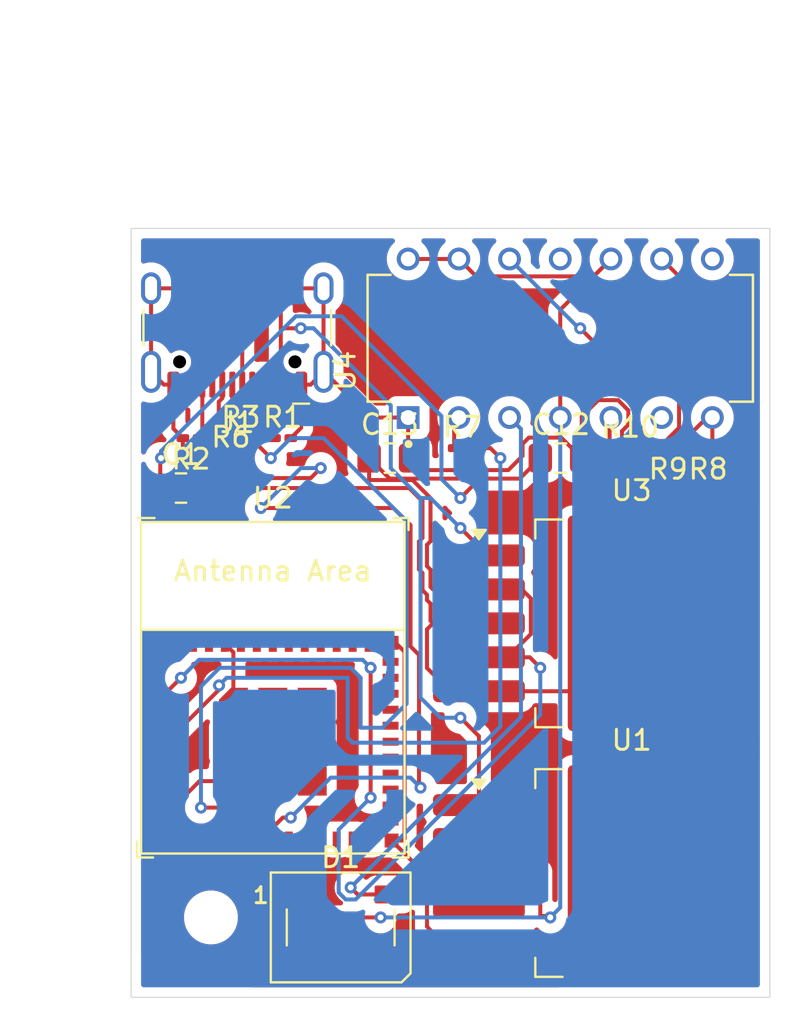
<source format=kicad_pcb>
(kicad_pcb (version 20241229) (generator "pcbnew") (generator_version "9.0")
  (layers (0 "F.Cu" signal) (2 "B.Cu" signal) (13 "F.Paste" user) (15 "B.Paste" user) (5 "F.SilkS" user "F.Silkscreen") (7 "B.SilkS" user "B.Silkscreen") (1 "F.Mask" user) (3 "B.Mask" user) (25 "Edge.Cuts" user))
  (net 0 "")
  (net 1 "GND")
  (net 2 "+3.3V")
  (net 4 "Net-(D1-DIN)")
  (net 5 "+5V")
  (net 7 "Net-(J1-D+-PadA6)")
  (net 8 "Net-(J1-D--PadA7)")
  (net 9 "VCC")
  (net 11 "Net-(J1-CC2)")
  (net 12 "Net-(J1-CC1)")
  (net 14 "D-")
  (net 16 "D+")
  (net 17 "Net-(U2-MTDI{slash}GPIO5{slash}ADC1_CH5)")
  (net 18 "DIN")
  (net 19 "Net-(U4-2A)")
  (net 20 "Net-(U4-3A)")
  (net 21 "Net-(U4-4A)")
  (footprint "Resistor_SMD:R_0201_0603Metric_Pad0.64x0.40mm_HandSolder" (layer "F.Cu") (at 47.4075 56 180)
    (property "Reference" "R8" (at 0 -1.05 0) (layer "F.SilkS"))
    (property "Value" "R10k")
    (pad "1" smd roundrect (at -0.4075 0 180) (size 0.635 0.4) (layers "F.Cu" "F.Mask") (net 1 "GND"))
    (pad "2" smd roundrect (at 0.4075 0 180) (size 0.635 0.4) (layers "F.Cu" "F.Mask") (net 19 "Net-(U4-2A)"))
  )
  (footprint "footprints:DIP794W45P254L1930H508Q14" (layer "F.Cu") (at 40 50.5 90)
    (property "Reference" "U4" (at -1.625 -10.775 90) (layer "F.SilkS"))
    (property "Value" "SN74AHCT125N")
    (fp_line (start 3.175 -9.6525) (end 3.175 -8.5) (stroke (width 0.127)) (layer "F.SilkS"))
    (fp_line (start -3.175 -9.6525) (end 3.175 -9.6525) (stroke (width 0.127)) (layer "F.SilkS"))
    (fp_line (start -3.175 -8.5) (end -3.175 -9.6525) (stroke (width 0.127)) (layer "F.SilkS"))
    (fp_line (start -3.175 8.5) (end -3.175 9.6525) (stroke (width 0.127)) (layer "F.SilkS"))
    (fp_line (start 3.175 9.6525) (end 3.175 8.5) (stroke (width 0.127)) (layer "F.SilkS"))
    (fp_line (start -3.175 9.6525) (end 3.175 9.6525) (stroke (width 0.127)) (layer "F.SilkS"))
    (fp_circle (center -5.3 -7.6) (end -5.2 -7.6) (stroke (width 0.2)) (fill no) (layer "F.SilkS"))
    (pad "1" thru_hole rect (at -3.97 -7.62 90) (size 1.14 1.14) (drill 0.74) (layers "*.Cu" "*.Mask") (net 1 "GND"))
    (pad "2" thru_hole circle (at -3.97 -5.08 90) (size 1.14 1.14) (drill 0.74) (layers "*.Cu" "*.Mask") (net 18 "DIN"))
    (pad "3" thru_hole circle (at -3.97 -2.54 90) (size 1.14 1.14) (drill 0.74) (layers "*.Cu" "*.Mask") (net 4 "Net-(D1-DIN)"))
    (pad "4" thru_hole circle (at -3.97 0 90) (size 1.14 1.14) (drill 0.74) (layers "*.Cu" "*.Mask") (net 5 "+5V"))
    (pad "5" thru_hole circle (at -3.97 2.54 90) (size 1.14 1.14) (drill 0.74) (layers "*.Cu" "*.Mask") (net 19 "Net-(U4-2A)"))
    (pad "6" thru_hole circle (at -3.97 5.08 90) (size 1.14 1.14) (drill 0.74) (layers "*.Cu" "*.Mask"))
    (pad "7" thru_hole circle (at -3.97 7.62 90) (size 1.14 1.14) (drill 0.74) (layers "*.Cu" "*.Mask") (net 1 "GND"))
    (pad "8" thru_hole circle (at 3.97 7.62 90) (size 1.14 1.14) (drill 0.74) (layers "*.Cu" "*.Mask"))
    (pad "9" thru_hole circle (at 3.97 5.08 90) (size 1.14 1.14) (drill 0.74) (layers "*.Cu" "*.Mask") (net 20 "Net-(U4-3A)"))
    (pad "10" thru_hole circle (at 3.97 2.54 90) (size 1.14 1.14) (drill 0.74) (layers "*.Cu" "*.Mask") (net 5 "+5V"))
    (pad "11" thru_hole circle (at 3.97 0 90) (size 1.14 1.14) (drill 0.74) (layers "*.Cu" "*.Mask"))
    (pad "12" thru_hole circle (at 3.97 -2.54 90) (size 1.14 1.14) (drill 0.74) (layers "*.Cu" "*.Mask") (net 21 "Net-(U4-4A)"))
    (pad "13" thru_hole circle (at 3.97 -5.08 90) (size 1.14 1.14) (drill 0.74) (layers "*.Cu" "*.Mask") (net 5 "+5V"))
    (pad "14" thru_hole circle (at 3.97 -7.62 90) (size 1.14 1.14) (drill 0.74) (layers "*.Cu" "*.Mask") (net 5 "+5V"))
  )
  (footprint "Resistor_SMD:R_0201_0603Metric_Pad0.64x0.40mm_HandSolder" (layer "F.Cu") (at 35.0925 56)
    (property "Reference" "R7" (at 0 -1.05 0) (layer "F.SilkS"))
    (property "Value" "R330o")
    (pad "1" smd roundrect (at -0.4075 0) (size 0.635 0.4) (layers "F.Cu" "F.Mask") (net 18 "DIN"))
    (pad "2" smd roundrect (at 0.4075 0) (size 0.635 0.4) (layers "F.Cu" "F.Mask") (net 17 "Net-(U2-MTDI{slash}GPIO5{slash}ADC1_CH5)"))
  )
  (footprint "Resistor_SMD:R_0201_0603Metric_Pad0.64x0.40mm_HandSolder" (layer "F.Cu") (at 26.0925 55.5)
    (property "Reference" "R1" (at 0 -1.05 0) (layer "F.SilkS"))
    (property "Value" "R5.1K")
    (pad "1" smd roundrect (at -0.4075 0) (size 0.635 0.4) (layers "F.Cu" "F.Mask") (net 12 "Net-(J1-CC1)"))
    (pad "2" smd roundrect (at 0.4075 0) (size 0.635 0.4) (layers "F.Cu" "F.Mask") (net 1 "GND"))
  )
  (footprint "LED_SMD:LED_WS2812B_PLCC4_5.0x5.0mm_P3.2mm" (layer "F.Cu") (at 29 80)
    (property "Reference" "D1" (at 0 -3.5 0) (layer "F.SilkS"))
    (property "Value" "WS2812B")
    (fp_line (start -3.5 -2.75) (end -3.5 2.75) (stroke (width 0.12)) (layer "F.SilkS"))
    (fp_line (start -3.5 -2.75) (end 3.5 -2.75) (stroke (width 0.12)) (layer "F.SilkS"))
    (fp_line (start -3.5 2.75) (end 3.05 2.75) (stroke (width 0.12)) (layer "F.SilkS"))
    (fp_line (start -2.7 0.9) (end -2.7 -0.9) (stroke (width 0.12)) (layer "F.SilkS"))
    (fp_line (start 2.7 0.9) (end 2.7 -0.9) (stroke (width 0.12)) (layer "F.SilkS"))
    (fp_line (start 3.05 2.75) (end 3.5 2.3) (stroke (width 0.12)) (layer "F.SilkS"))
    (fp_line (start 3.5 2.3) (end 3.5 -2.75) (stroke (width 0.12)) (layer "F.SilkS"))
    (fp_text user "1" (at -4 -1.6 0) (layer "F.SilkS") (effects (font (size 0.8 0.8))))
    (pad "1" smd roundrect (at -2.45 -1.65) (size 1.5 0.9) (layers "F.Cu" "F.Mask" "F.Paste") (roundrect_rratio 0.1) (net 5 "+5V"))
    (pad "2" smd roundrect (at -2.45 1.65) (size 1.5 0.9) (layers "F.Cu" "F.Mask" "F.Paste") (roundrect_rratio 0.1))
    (pad "3" smd roundrect (at 2.45 1.65) (size 1.5 0.9) (layers "F.Cu" "F.Mask" "F.Paste") (roundrect_rratio 0.1) (net 1 "GND"))
    (pad "4" smd roundrect (at 2.45 -1.65) (size 1.5 0.9) (layers "F.Cu" "F.Mask" "F.Paste") (roundrect_rratio 0.1) (net 4 "Net-(D1-DIN)"))
  )
  (footprint "Resistor_SMD:R_0201_0603Metric_Pad0.64x0.40mm_HandSolder" (layer "F.Cu") (at 45.4075 56 180)
    (property "Reference" "R9" (at 0 -1.05 0) (layer "F.SilkS"))
    (property "Value" "R10k")
    (pad "1" smd roundrect (at -0.4075 0 180) (size 0.635 0.4) (layers "F.Cu" "F.Mask") (net 1 "GND"))
    (pad "2" smd roundrect (at 0.4075 0 180) (size 0.635 0.4) (layers "F.Cu" "F.Mask") (net 20 "Net-(U4-3A)"))
  )
  (footprint "Resistor_SMD:R_0201_0603Metric_Pad0.64x0.40mm_HandSolder" (layer "F.Cu") (at 23.5 56.5)
    (property "Reference" "R6" (at 0 -1.05 0) (layer "F.SilkS"))
    (property "Value" "R27O")
    (pad "1" smd roundrect (at -0.4075 0) (size 0.635 0.4) (layers "F.Cu" "F.Mask") (net 7 "Net-(J1-D+-PadA6)"))
    (pad "2" smd roundrect (at 0.4075 0) (size 0.635 0.4) (layers "F.Cu" "F.Mask") (net 16 "D+"))
  )
  (footprint "Connector_USB:USB_C_Receptacle_HCTL_HC-TYPE-C-16P-01A" (layer "F.Cu") (at 23.82 49.075 180)
    (property "Reference" "J1" (at 0 -5.645 0) (layer "F.SilkS"))
    (property "Value" "USB_C_Receptacle_USB2.0_16P")
    (fp_line (start 4.7 -1.78) (end 4.7 0) (stroke (width 0.12)) (layer "F.SilkS"))
    (fp_line (start -2.8 -4.7) (end -3.6 -4.7) (stroke (width 0.12)) (layer "F.SilkS"))
    (fp_line (start -4.7 -1.78) (end -4.7 0) (stroke (width 0.12)) (layer "F.SilkS"))
    (pad "" np_thru_hole circle (at -2.89 -2.605 180) (size 0.65 0.65) (drill 0.65) (layers "*.Mask"))
    (pad "" np_thru_hole circle (at 2.89 -2.605 180) (size 0.65 0.65) (drill 0.65) (layers "*.Mask"))
    (pad "A1" smd roundrect (at -3.2 -3.745 180) (size 0.6 1.3) (layers "F.Cu" "F.Mask" "F.Paste") (net 1 "GND"))
    (pad "A4" smd roundrect (at -2.4 -3.745 180) (size 0.6 1.3) (layers "F.Cu" "F.Mask" "F.Paste") (net 9 "VCC"))
    (pad "A5" smd roundrect (at -1.25 -3.745 180) (size 0.3 1.3) (layers "F.Cu" "F.Mask" "F.Paste") (net 12 "Net-(J1-CC1)"))
    (pad "A6" smd roundrect (at -0.25 -3.745 180) (size 0.3 1.3) (layers "F.Cu" "F.Mask" "F.Paste") (net 7 "Net-(J1-D+-PadA6)"))
    (pad "A7" smd roundrect (at 0.25 -3.745 180) (size 0.3 1.3) (layers "F.Cu" "F.Mask" "F.Paste") (net 8 "Net-(J1-D--PadA7)"))
    (pad "A8" smd roundrect (at 1.25 -3.745 180) (size 0.3 1.3) (layers "F.Cu" "F.Mask" "F.Paste"))
    (pad "A9" smd roundrect (at 2.4 -3.745 180) (size 0.6 1.3) (layers "F.Cu" "F.Mask" "F.Paste") (net 9 "VCC"))
    (pad "A12" smd roundrect (at 3.2 -3.745 180) (size 0.6 1.3) (layers "F.Cu" "F.Mask" "F.Paste") (net 1 "GND"))
    (pad "B1" smd roundrect (at 3.2 -3.745 180) (size 0.6 1.3) (layers "F.Cu" "F.Mask" "F.Paste") (net 1 "GND"))
    (pad "B4" smd roundrect (at 2.4 -3.745 180) (size 0.6 1.3) (layers "F.Cu" "F.Mask" "F.Paste") (net 9 "VCC"))
    (pad "B5" smd roundrect (at 1.75 -3.745 180) (size 0.3 1.3) (layers "F.Cu" "F.Mask" "F.Paste") (net 11 "Net-(J1-CC2)"))
    (pad "B6" smd roundrect (at 0.75 -3.745 180) (size 0.3 1.3) (layers "F.Cu" "F.Mask" "F.Paste") (net 7 "Net-(J1-D+-PadA6)"))
    (pad "B7" smd roundrect (at -0.75 -3.745 180) (size 0.3 1.3) (layers "F.Cu" "F.Mask" "F.Paste") (net 8 "Net-(J1-D--PadA7)"))
    (pad "B8" smd roundrect (at -1.75 -3.745 180) (size 0.3 1.3) (layers "F.Cu" "F.Mask" "F.Paste"))
    (pad "B9" smd roundrect (at -2.4 -3.745 180) (size 0.6 1.3) (layers "F.Cu" "F.Mask" "F.Paste") (net 9 "VCC"))
    (pad "B12" smd roundrect (at -3.2 -3.745 180) (size 0.6 1.3) (layers "F.Cu" "F.Mask" "F.Paste") (net 1 "GND"))
    (pad "S1" thru_hole oval (at -4.32 -3.105 180) (size 1 2.1) (drill oval 0.6 1.7) (property pad_prop_heatsink) (layers "*.Cu" "*.Mask") (net 1 "GND"))
    (pad "S1" thru_hole oval (at -4.32 1.075 180) (size 1 1.6) (drill oval 0.6 1.2) (property pad_prop_heatsink) (layers "*.Cu" "*.Mask") (net 1 "GND"))
    (pad "S1" thru_hole oval (at 4.32 -3.105 180) (size 1 2.1) (drill oval 0.6 1.7) (property pad_prop_heatsink) (layers "*.Cu" "*.Mask") (net 1 "GND"))
    (pad "S1" thru_hole oval (at 4.32 1.075 180) (size 1 1.6) (drill oval 0.6 1.2) (property pad_prop_heatsink) (layers "*.Cu" "*.Mask") (net 1 "GND"))
  )
  (footprint "Espressif:ESP32-C6-MINI-1" (layer "F.Cu") (at 25.6 68)
    (property "Reference" "U2" (at 0 -9.5 0) (layer "F.SilkS"))
    (property "Value" "ESP32-C6-MINI-1/U")
    (fp_line (start -6.8 7.7) (end -6.8 8.5) (stroke (width 0.12)) (layer "F.SilkS"))
    (fp_line (start -6.8 8.5) (end -6 8.5) (stroke (width 0.12)) (layer "F.SilkS"))
    (fp_line (start -6.6 -8.3) (end 6.6 -8.3) (stroke (width 0.12)) (layer "F.SilkS"))
    (fp_line (start -6.6 -2.9) (end 6.6 -2.9) (stroke (width 0.12)) (layer "F.SilkS"))
    (fp_line (start -6.6 8.3) (end -6.6 -8.3) (stroke (width 0.12)) (layer "F.SilkS"))
    (fp_line (start -5.925 -8.5) (end -6.775 -8.5) (stroke (width 0.12)) (layer "F.SilkS"))
    (fp_line (start 6.05 -8.5) (end 6.8 -8.5) (stroke (width 0.12)) (layer "F.SilkS"))
    (fp_line (start 6.6 -8.3) (end 6.6 8.3) (stroke (width 0.12)) (layer "F.SilkS"))
    (fp_line (start 6.6 8.3) (end -6.6 8.3) (stroke (width 0.12)) (layer "F.SilkS"))
    (fp_line (start 6.8 -8.5) (end 6.8 -7.9) (stroke (width 0.12)) (layer "F.SilkS"))
    (fp_line (start 6.8 7.7) (end 6.8 8.5) (stroke (width 0.12)) (layer "F.SilkS"))
    (fp_line (start 6.8 8.5) (end 6 8.5) (stroke (width 0.12)) (layer "F.SilkS"))
    (fp_text user "Antenna Area" (at 0 -5.85 0) (layer "F.SilkS"))
    (pad "1" smd rect (at -5.9 -1.3 90) (size 0.4 0.8) (layers "F.Cu" "F.Mask" "F.Paste") (net 1 "GND"))
    (pad "2" smd rect (at -5.9 -0.5 90) (size 0.4 0.8) (layers "F.Cu" "F.Mask" "F.Paste") (net 1 "GND"))
    (pad "3" smd rect (at -5.9 0.3 90) (size 0.4 0.8) (layers "F.Cu" "F.Mask" "F.Paste") (net 2 "+3.3V"))
    (pad "4" smd rect (at -5.9 1.1 90) (size 0.4 0.8) (layers "F.Cu" "F.Mask" "F.Paste"))
    (pad "5" smd rect (at -5.9 1.9 90) (size 0.4 0.8) (layers "F.Cu" "F.Mask" "F.Paste"))
    (pad "6" smd rect (at -5.9 2.7 90) (size 0.4 0.8) (layers "F.Cu" "F.Mask" "F.Paste"))
    (pad "7" smd rect (at -5.9 3.5 90) (size 0.4 0.8) (layers "F.Cu" "F.Mask" "F.Paste"))
    (pad "8" smd rect (at -5.9 4.3 90) (size 0.4 0.8) (layers "F.Cu" "F.Mask" "F.Paste"))
    (pad "9" smd rect (at -5.9 5.1 90) (size 0.4 0.8) (layers "F.Cu" "F.Mask" "F.Paste"))
    (pad "10" smd rect (at -5.9 5.9 90) (size 0.4 0.8) (layers "F.Cu" "F.Mask" "F.Paste") (net 17 "Net-(U2-MTDI{slash}GPIO5{slash}ADC1_CH5)"))
    (pad "11" smd rect (at -5.9 6.7 90) (size 0.4 0.8) (layers "F.Cu" "F.Mask" "F.Paste") (net 1 "GND"))
    (pad "12" smd rect (at -4.8 7.6) (size 0.4 0.8) (layers "F.Cu" "F.Mask" "F.Paste"))
    (pad "13" smd rect (at -4 7.6) (size 0.4 0.8) (layers "F.Cu" "F.Mask" "F.Paste"))
    (pad "14" smd rect (at -3.2 7.6) (size 0.4 0.8) (layers "F.Cu" "F.Mask" "F.Paste") (net 1 "GND"))
    (pad "15" smd rect (at -2.4 7.6) (size 0.4 0.8) (layers "F.Cu" "F.Mask" "F.Paste"))
    (pad "16" smd rect (at -1.6 7.6) (size 0.4 0.8) (layers "F.Cu" "F.Mask" "F.Paste"))
    (pad "17" smd rect (at -0.8 7.6) (size 0.4 0.8) (layers "F.Cu" "F.Mask" "F.Paste") (net 14 "D-"))
    (pad "18" smd rect (at 0 7.6) (size 0.4 0.8) (layers "F.Cu" "F.Mask" "F.Paste") (net 16 "D+"))
    (pad "19" smd rect (at 0.8 7.6) (size 0.4 0.8) (layers "F.Cu" "F.Mask" "F.Paste"))
    (pad "20" smd rect (at 1.6 7.6) (size 0.4 0.8) (layers "F.Cu" "F.Mask" "F.Paste"))
    (pad "21" smd rect (at 2.4 7.6) (size 0.4 0.8) (layers "F.Cu" "F.Mask" "F.Paste"))
    (pad "22" smd rect (at 3.2 7.6) (size 0.4 0.8) (layers "F.Cu" "F.Mask" "F.Paste"))
    (pad "23" smd rect (at 4 7.6) (size 0.4 0.8) (layers "F.Cu" "F.Mask" "F.Paste"))
    (pad "24" smd rect (at 4.8 7.6) (size 0.4 0.8) (layers "F.Cu" "F.Mask" "F.Paste"))
    (pad "25" smd rect (at 5.9 6.7 90) (size 0.4 0.8) (layers "F.Cu" "F.Mask" "F.Paste"))
    (pad "26" smd rect (at 5.9 5.9 90) (size 0.4 0.8) (layers "F.Cu" "F.Mask" "F.Paste"))
    (pad "27" smd rect (at 5.9 5.1 90) (size 0.4 0.8) (layers "F.Cu" "F.Mask" "F.Paste"))
    (pad "28" smd rect (at 5.9 4.3 90) (size 0.4 0.8) (layers "F.Cu" "F.Mask" "F.Paste"))
    (pad "29" smd rect (at 5.9 3.5 90) (size 0.4 0.8) (layers "F.Cu" "F.Mask" "F.Paste"))
    (pad "30" smd rect (at 5.9 2.7 90) (size 0.4 0.8) (layers "F.Cu" "F.Mask" "F.Paste"))
    (pad "31" smd rect (at 5.9 1.9 90) (size 0.4 0.8) (layers "F.Cu" "F.Mask" "F.Paste"))
    (pad "32" smd rect (at 5.9 1.1 90) (size 0.4 0.8) (layers "F.Cu" "F.Mask" "F.Paste"))
    (pad "33" smd rect (at 5.9 0.3 90) (size 0.4 0.8) (layers "F.Cu" "F.Mask" "F.Paste"))
    (pad "34" smd rect (at 5.9 -0.5 90) (size 0.4 0.8) (layers "F.Cu" "F.Mask" "F.Paste"))
    (pad "35" smd rect (at 5.9 -1.3 90) (size 0.4 0.8) (layers "F.Cu" "F.Mask" "F.Paste"))
    (pad "36" smd rect (at 4.8 -2.2) (size 0.4 0.8) (layers "F.Cu" "F.Mask" "F.Paste") (net 1 "GND"))
    (pad "37" smd rect (at 4 -2.2) (size 0.4 0.8) (layers "F.Cu" "F.Mask" "F.Paste") (net 1 "GND"))
    (pad "38" smd rect (at 3.2 -2.2) (size 0.4 0.8) (layers "F.Cu" "F.Mask" "F.Paste") (net 1 "GND"))
    (pad "39" smd rect (at 2.4 -2.2) (size 0.4 0.8) (layers "F.Cu" "F.Mask" "F.Paste") (net 1 "GND"))
    (pad "40" smd rect (at 1.6 -2.2) (size 0.4 0.8) (layers "F.Cu" "F.Mask" "F.Paste") (net 1 "GND"))
    (pad "41" smd rect (at 0.8 -2.2) (size 0.4 0.8) (layers "F.Cu" "F.Mask" "F.Paste") (net 1 "GND"))
    (pad "42" smd rect (at 0 -2.2) (size 0.4 0.8) (layers "F.Cu" "F.Mask" "F.Paste") (net 1 "GND"))
    (pad "43" smd rect (at -0.8 -2.2) (size 0.4 0.8) (layers "F.Cu" "F.Mask" "F.Paste") (net 1 "GND"))
    (pad "44" smd rect (at -1.6 -2.2) (size 0.4 0.8) (layers "F.Cu" "F.Mask" "F.Paste") (net 1 "GND"))
    (pad "45" smd rect (at -2.4 -2.2) (size 0.4 0.8) (layers "F.Cu" "F.Mask" "F.Paste") (net 1 "GND"))
    (pad "46" smd rect (at -3.2 -2.2) (size 0.4 0.8) (layers "F.Cu" "F.Mask" "F.Paste") (net 1 "GND"))
    (pad "47" smd rect (at -4 -2.2) (size 0.4 0.8) (layers "F.Cu" "F.Mask" "F.Paste") (net 1 "GND"))
    (pad "48" smd rect (at -4.8 -2.2) (size 0.4 0.8) (layers "F.Cu" "F.Mask" "F.Paste") (net 1 "GND"))
    (pad "49" smd custom (at -1.975 0.725) (size 0.8 0.8) (layers "F.Cu" "F.Mask" "F.Paste") (net 1 "GND") (options (clearance outline) (anchor rect)) (primitives (gr_poly (pts (xy 0.725 0.725) (xy -0.725 0.725) (xy -0.725 -0.125) (xy -0.125 -0.725) (xy 0.725 -0.725)) (width 0) (fill yes))))
    (pad "49" smd rect (at -1.975 2.7 90) (size 1.45 1.45) (layers "F.Cu" "F.Mask" "F.Paste") (net 1 "GND"))
    (pad "49" smd rect (at -1.975 4.675 90) (size 1.45 1.45) (layers "F.Cu" "F.Mask" "F.Paste") (net 1 "GND"))
    (pad "49" smd rect (at 0 0.725 90) (size 1.45 1.45) (layers "F.Cu" "F.Mask" "F.Paste") (net 1 "GND"))
    (pad "49" smd rect (at 0 2.7 90) (size 1.45 1.45) (layers "F.Cu" "F.Mask" "F.Paste") (net 1 "GND"))
    (pad "49" smd rect (at 0 4.675 90) (size 1.45 1.45) (layers "F.Cu" "F.Mask" "F.Paste") (net 1 "GND"))
    (pad "49" smd rect (at 1.975 0.725 90) (size 1.45 1.45) (layers "F.Cu" "F.Mask" "F.Paste") (net 1 "GND"))
    (pad "49" smd rect (at 1.975 2.7 90) (size 1.45 1.45) (layers "F.Cu" "F.Mask" "F.Paste") (net 1 "GND"))
    (pad "49" smd rect (at 1.975 4.675 90) (size 1.45 1.45) (layers "F.Cu" "F.Mask" "F.Paste") (net 1 "GND"))
    (pad "50" smd rect (at 5.95 -2.25 90) (size 0.7 0.7) (layers "F.Cu" "F.Mask" "F.Paste") (net 1 "GND"))
    (pad "51" smd rect (at 5.95 7.65 90) (size 0.7 0.7) (layers "F.Cu" "F.Mask" "F.Paste") (net 1 "GND"))
    (pad "52" smd rect (at -5.95 7.65 90) (size 0.7 0.7) (layers "F.Cu" "F.Mask" "F.Paste") (net 1 "GND"))
    (pad "53" smd rect (at -5.95 -2.25 90) (size 0.7 0.7) (layers "F.Cu" "F.Mask" "F.Paste") (net 1 "GND"))
    (zone (net 0) (net_name "") (layers "F.Cu" "B.Cu") (name "antenna keepout") (connect_pads (clearance 0)) (min_thickness 0.254)
      (keepout (tracks not_allowed) (vias not_allowed) (pads not_allowed) (copperpour not_allowed) (footprints not_allowed))
      (fill (thermal_gap 0.508) (thermal_bridge_width 0.508))
      (polygon (pts (xy 32.2 65.1) (xy 19 65.1) (xy 19 59.7) (xy 32.2 59.7)))
    )
  )
  (footprint "Capacitor_SMD:C_0805_2012Metric_Pad1.18x1.45mm_HandSolder" (layer "F.Cu") (at 40.0375 56.5)
    (property "Reference" "C12" (at 0 -1.68 0) (layer "F.SilkS"))
    (property "Value" "100nF")
    (fp_line (start -0.261252 -0.735) (end 0.261252 -0.735) (stroke (width 0.12)) (layer "F.SilkS"))
    (fp_line (start -0.261252 0.735) (end 0.261252 0.735) (stroke (width 0.12)) (layer "F.SilkS"))
    (pad "1" smd roundrect (at -1.0375 0) (size 1.175 1.45) (layers "F.Cu" "F.Mask" "F.Paste") (roundrect_rratio 0.212766) (net 2 "+3.3V"))
    (pad "2" smd roundrect (at 1.0375 0) (size 1.175 1.45) (layers "F.Cu" "F.Mask" "F.Paste") (roundrect_rratio 0.212766) (net 1 "GND"))
  )
  (footprint "Resistor_SMD:R_0201_0603Metric_Pad0.64x0.40mm_HandSolder" (layer "F.Cu") (at 43.5 56)
    (property "Reference" "R10" (at 0 -1.05 0) (layer "F.SilkS"))
    (property "Value" "R10k")
    (pad "1" smd roundrect (at -0.4075 0) (size 0.635 0.4) (layers "F.Cu" "F.Mask") (net 1 "GND"))
    (pad "2" smd roundrect (at 0.4075 0) (size 0.635 0.4) (layers "F.Cu" "F.Mask") (net 21 "Net-(U4-4A)"))
  )
  (footprint "MountingHole:MountingHole_2.2mm_M2" (layer "F.Cu") (at 22.5 79.5)
    (property "Reference" "H1" (hide yes))
    (property "Value" "MountingHole" (hide yes))
    (pad "" np_thru_hole circle (at 0 0) (size 2.2 2.2) (drill 2.2) (layers "*.Cu" "*.Mask"))
  )
  (footprint "Capacitor_SMD:C_0805_2012Metric_Pad1.18x1.45mm_HandSolder" (layer "F.Cu") (at 21 58)
    (property "Reference" "C1" (at 0 -1.68 0) (layer "F.SilkS"))
    (property "Value" "10uF")
    (fp_line (start -0.261252 -0.735) (end 0.261252 -0.735) (stroke (width 0.12)) (layer "F.SilkS"))
    (fp_line (start -0.261252 0.735) (end 0.261252 0.735) (stroke (width 0.12)) (layer "F.SilkS"))
    (pad "1" smd roundrect (at -1.0375 0) (size 1.175 1.45) (layers "F.Cu" "F.Mask" "F.Paste") (roundrect_rratio 0.212766) (net 2 "+3.3V"))
    (pad "2" smd roundrect (at 1.0375 0) (size 1.175 1.45) (layers "F.Cu" "F.Mask" "F.Paste") (roundrect_rratio 0.212766) (net 1 "GND"))
  )
  (footprint "Package_TO_SOT_SMD:TO-263-5_TabPin3" (layer "F.Cu") (at 43.575 77.275)
    (property "Reference" "U1" (at 0 -6.65 0) (layer "F.SilkS"))
    (property "Value" "LM2596S-5")
    (fp_line (start -4.825 -5.2) (end -4.825 -4.25) (stroke (width 0.12)) (layer "F.SilkS"))
    (fp_line (start -4.825 5.2) (end -4.825 4.25) (stroke (width 0.12)) (layer "F.SilkS"))
    (fp_line (start -3.46 -5.2) (end -4.825 -5.2) (stroke (width 0.12)) (layer "F.SilkS"))
    (fp_line (start -3.46 5.2) (end -4.825 5.2) (stroke (width 0.12)) (layer "F.SilkS"))
    (fp_poly (pts (xy -7.65 -4.21) (xy -7.99 -4.68) (xy -7.31 -4.68)) (stroke (width 0.12)) (fill yes) (layer "F.SilkS"))
    (pad "1" smd roundrect (at -7.65 -3.4) (size 4.6 1.1) (layers "F.Cu" "F.Mask" "F.Paste") (roundrect_rratio 0.227273) (net 9 "VCC"))
    (pad "2" smd roundrect (at -7.65 -1.7) (size 4.6 1.1) (layers "F.Cu" "F.Mask" "F.Paste") (roundrect_rratio 0.227273) (net 5 "+5V"))
    (pad "3" smd roundrect (at -7.65 0) (size 4.6 1.1) (layers "F.Cu" "F.Mask" "F.Paste") (roundrect_rratio 0.227273) (net 1 "GND"))
    (pad "3" smd roundrect (at 1.5 0) (size 9.4 10.8) (layers "F.Cu" "F.Mask") (roundrect_rratio 0.026596) (net 1 "GND"))
    (pad "4" smd roundrect (at -7.65 1.7) (size 4.6 1.1) (layers "F.Cu" "F.Mask" "F.Paste") (roundrect_rratio 0.227273) (net 5 "+5V"))
    (pad "5" smd roundrect (at -7.65 3.4) (size 4.6 1.1) (layers "F.Cu" "F.Mask" "F.Paste") (roundrect_rratio 0.227273) (net 1 "GND"))
  )
  (footprint "Resistor_SMD:R_0201_0603Metric_Pad0.64x0.40mm_HandSolder" (layer "F.Cu") (at 21.5 55.5 180)
    (property "Reference" "R2" (at 0 -1.05 0) (layer "F.SilkS"))
    (property "Value" "R5.1K")
    (pad "1" smd roundrect (at -0.4075 0 180) (size 0.635 0.4) (layers "F.Cu" "F.Mask") (net 11 "Net-(J1-CC2)"))
    (pad "2" smd roundrect (at 0.4075 0 180) (size 0.635 0.4) (layers "F.Cu" "F.Mask") (net 1 "GND"))
  )
  (footprint "Resistor_SMD:R_0201_0603Metric_Pad0.64x0.40mm_HandSolder" (layer "F.Cu") (at 24 55.5)
    (property "Reference" "R3" (at 0 -1.05 0) (layer "F.SilkS"))
    (property "Value" "R27O")
    (pad "1" smd roundrect (at -0.4075 0) (size 0.635 0.4) (layers "F.Cu" "F.Mask") (net 8 "Net-(J1-D--PadA7)"))
    (pad "2" smd roundrect (at 0.4075 0) (size 0.635 0.4) (layers "F.Cu" "F.Mask") (net 14 "D-"))
  )
  (footprint "Package_TO_SOT_SMD:TO-263-5_TabPin3" (layer "F.Cu") (at 43.575 64.775)
    (property "Reference" "U3" (at 0 -6.65 0) (layer "F.SilkS"))
    (property "Value" "LM2596S-3.3")
    (fp_line (start -4.825 -5.2) (end -4.825 -4.25) (stroke (width 0.12)) (layer "F.SilkS"))
    (fp_line (start -4.825 5.2) (end -4.825 4.25) (stroke (width 0.12)) (layer "F.SilkS"))
    (fp_line (start -3.46 -5.2) (end -4.825 -5.2) (stroke (width 0.12)) (layer "F.SilkS"))
    (fp_line (start -3.46 5.2) (end -4.825 5.2) (stroke (width 0.12)) (layer "F.SilkS"))
    (fp_poly (pts (xy -7.65 -4.21) (xy -7.99 -4.68) (xy -7.31 -4.68)) (stroke (width 0.12)) (fill yes) (layer "F.SilkS"))
    (pad "1" smd roundrect (at -7.65 -3.4) (size 4.6 1.1) (layers "F.Cu" "F.Mask" "F.Paste") (roundrect_rratio 0.227273) (net 9 "VCC"))
    (pad "2" smd roundrect (at -7.65 -1.7) (size 4.6 1.1) (layers "F.Cu" "F.Mask" "F.Paste") (roundrect_rratio 0.227273) (net 2 "+3.3V"))
    (pad "3" smd roundrect (at -7.65 0) (size 4.6 1.1) (layers "F.Cu" "F.Mask" "F.Paste") (roundrect_rratio 0.227273) (net 1 "GND"))
    (pad "3" smd roundrect (at 1.5 0) (size 9.4 10.8) (layers "F.Cu" "F.Mask") (roundrect_rratio 0.026596) (net 1 "GND"))
    (pad "4" smd roundrect (at -7.65 1.7) (size 4.6 1.1) (layers "F.Cu" "F.Mask" "F.Paste") (roundrect_rratio 0.227273) (net 2 "+3.3V"))
    (pad "5" smd roundrect (at -7.65 3.4) (size 4.6 1.1) (layers "F.Cu" "F.Mask" "F.Paste") (roundrect_rratio 0.227273) (net 1 "GND"))
  )
  (footprint "Capacitor_SMD:C_0805_2012Metric_Pad1.18x1.45mm_HandSolder" (layer "F.Cu") (at 31.4625 56.5)
    (property "Reference" "C13" (at 0 -1.68 0) (layer "F.SilkS"))
    (property "Value" "10uF")
    (fp_line (start -0.261252 -0.735) (end 0.261252 -0.735) (stroke (width 0.12)) (layer "F.SilkS"))
    (fp_line (start -0.261252 0.735) (end 0.261252 0.735) (stroke (width 0.12)) (layer "F.SilkS"))
    (pad "1" smd roundrect (at -1.0375 0) (size 1.175 1.45) (layers "F.Cu" "F.Mask" "F.Paste") (roundrect_rratio 0.212766) (net 2 "+3.3V"))
    (pad "2" smd roundrect (at 1.0375 0) (size 1.175 1.45) (layers "F.Cu" "F.Mask" "F.Paste") (roundrect_rratio 0.212766) (net 1 "GND"))
  )
  (gr_rect (start 18.5 45) (end 50.5 83.5) (stroke (width 0.05)) (fill no) (layer "Edge.Cuts"))
  (gr_text "Made By @CT5" (at 19.5 82.5 0) (layer "F.Cu") (effects (font (size 0.4 0.4) (thickness 0.08) (bold yes)) (justify left bottom)))
  (segment (start 34.48884 68.175) (end 33.324 67.01016) (width 0.2) (layer "F.Cu") (net 1))
  (segment (start 28.18 52.18) (end 30.47 54.47) (width 0.2) (layer "F.Cu") (net 1))
  (segment (start 19.65 75.65) (end 20.4 74.9) (width 0.2) (layer "F.Cu") (net 1))
  (segment (start 32.201 66.199) (end 32.201 75.549) (width 0.2) (layer "F.Cu") (net 1))
  (segment (start 47.62 55.805) (end 47.815 56) (width 0.2) (layer "F.Cu") (net 1))
  (segment (start 41.477 56.902) (end 47.098 56.902) (width 0.2) (layer "F.Cu") (net 1))
  (segment (start 32.5 56.5) (end 33.101 57.101) (width 0.2) (layer "F.Cu") (net 1))
  (segment (start 33.625 77.725) (end 35.925 77.725) (width 0.2) (layer "F.Cu") (net 1))
  (segment (start 23.625 68.725) (end 23.625 66.225) (width 0.2) (layer "F.Cu") (net 1))
  (segment (start 41.075 54.425) (end 41.075 56.5) (width 0.2) (layer "F.Cu") (net 1))
  (segment (start 33.625 64.775) (end 35.925 64.775) (width 0.2) (layer "F.Cu") (net 1))
  (segment (start 22.0375 58) (end 32.4329 58) (width 0.2) (layer "F.Cu") (net 1))
  (segment (start 19.7 67.5) (end 19.7 65.8) (width 0.2) (layer "F.Cu") (net 1))
  (segment (start 32.4329 58) (end 33.099 58.6661) (width 0.2) (layer "F.Cu") (net 1))
  (segment (start 32.923 62.07626) (end 33.099 62.25226) (width 0.2) (layer "F.Cu") (net 1))
  (segment (start 33.099 62.25226) (end 33.099 63.1161) (width 0.2) (layer "F.Cu") (net 1))
  (segment (start 27.5 52.82) (end 28.14 52.18) (width 0.2) (layer "F.Cu") (net 1))
  (segment (start 23.625 66.225) (end 23.2 65.8) (width 0.2) (layer "F.Cu") (net 1))
  (segment (start 33.099 63.1161) (end 33.324 63.3411) (width 0.2) (layer "F.Cu") (net 1))
  (segment (start 38.1115 55.78984) (end 38.42734 55.474) (width 0.2) (layer "F.Cu") (net 1))
  (segment (start 21.4 74.9) (end 20.4 74.9) (width 0.2) (layer "F.Cu") (net 1))
  (segment (start 41.901 53.599) (end 41.075 54.425) (width 0.2) (layer "F.Cu") (net 1))
  (segment (start 35.4 81.65) (end 35.925 81.125) (width 0.2) (layer "F.Cu") (net 1))
  (segment (start 35.925 68.175) (end 41.675 68.175) (width 0.2) (layer "F.Cu") (net 1))
  (segment (start 33.099 58.6661) (end 33.099 60.49774) (width 0.2) (layer "F.Cu") (net 1))
  (segment (start 43.411 54.830781) (end 43.411 54.109219) (width 0.2) (layer "F.Cu") (net 1))
  (segment (start 40.049 55.474) (end 41.075 56.5) (width 0.2) (layer "F.Cu") (net 1))
  (segment (start 31.752 65.75) (end 32.201 66.199) (width 0.2) (layer "F.Cu") (net 1))
  (segment (start 32.201 75.549) (end 32.1 75.65) (width 0.2) (layer "F.Cu") (net 1))
  (segment (start 33.5 63.78616) (end 33.5 64.65) (width 0.2) (layer "F.Cu") (net 1))
  (segment (start 47.098 56.902) (end 47.815 56.185) (width 0.2) (layer "F.Cu") (net 1))
  (segment (start 41.075 56.5) (end 41.477 56.902) (width 0.2) (layer "F.Cu") (net 1))
  (segment (start 19.65 65.75) (end 31.55 65.75) (width 0.2) (layer "F.Cu") (net 1))
  (segment (start 27.02 54.98) (end 27.02 52.82) (width 0.2) (layer "F.Cu") (net 1))
  (segment (start 27.575 68.725) (end 27.575 72.675) (width 0.2) (layer "F.Cu") (net 1))
  (segment (start 19.5 48) (end 19.5 52.18) (width 0.2) (layer "F.Cu") (net 1))
  (segment (start 31.45 81.65) (end 35.4 81.65) (width 0.2) (layer "F.Cu") (net 1))
  (segment (start 19.65 74.75) (end 19.7 74.7) (width 0.2) (layer "F.Cu") (net 1))
  (segment (start 33.099 60.49774) (end 32.923 60.67374) (width 0.2) (layer "F.Cu") (net 1))
  (segment (start 33.101 57.101) (end 37.399 57.101) (width 0.2) (layer "F.Cu") (net 1))
  (segment (start 33.324 63.61016) (end 33.5 63.78616) (width 0.2) (layer "F.Cu") (net 1))
  (segment (start 30.47 54.47) (end 32.38 54.47) (width 0.2) (layer "F.Cu") (net 1))
  (segment (start 47.815 56.185) (end 47.815 56) (width 0.2) (layer "F.Cu") (net 1))
  (segment (start 28.14 48) (end 28.14 52.18) (width 0.2) (layer "F.Cu") (net 1))
  (segment (start 21.101 74.199) (end 21.101 73.5) (width 0.2) (layer "F.Cu") (net 1))
  (segment (start 38.1115 56.3885) (end 38.1115 55.78984) (width 0.2) (layer "F.Cu") (net 1))
  (segment (start 47.345 54.47) (end 47.62 54.47) (width 0.2) (layer "F.Cu") (net 1))
  (segment (start 35.925 81.125) (end 34.48884 81.125) (width 0.2) (layer "F.Cu") (net 1))
  (segment (start 37.399 57.101) (end 38.1115 56.3885) (width 0.2) (layer "F.Cu") (net 1))
  (segment (start 41.675 81.125) (end 45.075 77.725) (width 0.2) (layer "F.Cu") (net 1))
  (segment (start 21.4 74.9) (end 22.3 74.9) (width 0.2) (layer "F.Cu") (net 1))
  (segment (start 20.62 55.0275) (end 21.0925 55.5) (width 0.2) (layer "F.Cu") (net 1))
  (segment (start 34.48884 81.125) (end 33.324 79.96016) (width 0.2) (layer "F.Cu") (net 1))
  (segment (start 35.925 81.125) (end 41.675 81.125) (width 0.2) (layer "F.Cu") (net 1))
  (segment (start 26.5 55.5) (end 27.02 54.98) (width 0.2) (layer "F.Cu") (net 1))
  (segment (start 45.815 56) (end 47.345 54.47) (width 0.2) (layer "F.Cu") (net 1))
  (segment (start 32.38 56.38) (end 32.5 56.5) (width 0.2) (layer "F.Cu") (net 1))
  (segment (start 43.0925 55.149281) (end 43.411 54.830781) (width 0.2) (layer "F.Cu") (net 1))
  (segment (start 20.62 52.82) (end 20.14 52.82) (width 0.2) (layer "F.Cu") (net 1))
  (segment (start 33.324 79.96016) (end 33.324 78.026) (width 0.2) (layer "F.Cu") (net 1))
  (segment (start 42.900781 53.599) (end 41.901 53.599) (width 0.2) (layer "F.Cu") (net 1))
  (segment (start 33.324 67.01016) (end 33.324 65.076) (width 0.2) (layer "F.Cu") (net 1))
  (segment (start 22.4 75) (end 22.4 75.6) (width 0.2) (layer "F.Cu") (net 1))
  (segment (start 28.14 52.18) (end 28.18 52.18) (width 0.2) (layer "F.Cu") (net 1))
  (segment (start 33.324 78.026) (end 33.625 77.725) (width 0.2) (layer "F.Cu") (net 1))
  (segment (start 32.38 54.47) (end 32.38 56.38) (width 0.2) (layer "F.Cu") (net 1))
  (segment (start 20.14 52.82) (end 19.5 52.18) (width 0.2) (layer "F.Cu") (net 1))
  (segment (start 20.4 74.9) (end 20.8 74.5) (width 0.2) (layer "F.Cu") (net 1))
  (segment (start 41.675 68.175) (end 45.075 64.775) (width 0.2) (layer "F.Cu") (net 1))
  (segment (start 35.925 68.175) (end 34.48884 68.175) (width 0.2) (layer "F.Cu") (net 1))
  (segment (start 20.8 74.5) (end 21.101 74.199) (width 0.2) (layer "F.Cu") (net 1))
  (segment (start 32.923 60.67374) (end 32.923 62.07626) (width 0.2) (layer "F.Cu") (net 1))
  (segment (start 47.62 54.47) (end 47.62 55.805) (width 0.2) (layer "F.Cu") (net 1))
  (segment (start 43.0925 56) (end 43.0925 55.149281) (width 0.2) (layer "F.Cu") (net 1))
  (segment (start 31.55 65.75) (end 31.752 65.75) (width 0.2) (layer "F.Cu") (net 1))
  (segment (start 32.1 75.65) (end 31.55 75.65) (width 0.2) (layer "F.Cu") (net 1))
  (segment (start 31.55 75.65) (end 33.625 77.725) (width 0.2) (layer "F.Cu") (net 1))
  (segment (start 19.7 65.8) (end 19.65 65.75) (width 0.2) (layer "F.Cu") (net 1))
  (segment (start 23.625 70.7) (end 27.575 70.7) (width 0.2) (layer "F.Cu") (net 1))
  (segment (start 33.324 63.3411) (end 33.324 63.61016) (width 0.2) (layer "F.Cu") (net 1))
  (segment (start 33.324 65.076) (end 33.625 64.775) (width 0.2) (layer "F.Cu") (net 1))
  (segment (start 27.02 52.82) (end 27.5 52.82) (width 0.2) (layer "F.Cu") (net 1))
  (segment (start 21.0925 57.055) (end 21.0925 55.5) (width 0.2) (layer "F.Cu") (net 1))
  (segment (start 22.3 74.9) (end 22.4 75) (width 0.2) (layer "F.Cu") (net 1))
  (segment (start 23.625 68.725) (end 27.575 68.725) (width 0.2) (layer "F.Cu") (net 1))
  (segment (start 21.101 73.5) (end 21.926 72.675) (width 0.2) (layer "F.Cu") (net 1))
  (segment (start 43.411 54.109219) (end 42.900781 53.599) (width 0.2) (layer "F.Cu") (net 1))
  (segment (start 21.926 72.675) (end 23.625 72.675) (width 0.2) (layer "F.Cu") (net 1))
  (segment (start 23.625 72.675) (end 27.575 72.675) (width 0.2) (layer "F.Cu") (net 1))
  (segment (start 20.62 52.82) (end 20.62 55.0275) (width 0.2) (layer "F.Cu") (net 1))
  (segment (start 19.5 48) (end 28.14 48) (width 0.2) (layer "F.Cu") (net 1))
  (segment (start 19.65 75.65) (end 19.65 74.75) (width 0.2) (layer "F.Cu") (net 1))
  (segment (start 33.5 64.65) (end 33.625 64.775) (width 0.2) (layer "F.Cu") (net 1))
  (segment (start 38.42734 55.474) (end 40.049 55.474) (width 0.2) (layer "F.Cu") (net 1))
  (segment (start 22.0375 58) (end 21.0925 57.055) (width 0.2) (layer "F.Cu") (net 1))
  (segment (start 33.625 63.075) (end 33.5 62.95) (width 0.2) (layer "F.Cu") (net 2))
  (segment (start 33.324 61.91016) (end 33.324 60.83984) (width 0.2) (layer "F.Cu") (net 2))
  (segment (start 35.925 66.475) (end 38.475 66.475) (width 0.2) (layer "F.Cu") (net 2))
  (segment (start 19.9625 58) (end 19.9625 56.5375) (width 0.2) (layer "F.Cu") (net 2))
  (segment (start 33.5 62.08616) (end 33.324 61.91016) (width 0.2) (layer "F.Cu") (net 2))
  (segment (start 36.5 57.526) (end 37.974 57.526) (width 0.2) (layer "F.Cu") (net 2))
  (segment (start 20.2 68.3) (end 21 67.5) (width 0.2) (layer "F.Cu") (net 2))
  (segment (start 33.5 58.5) (end 32.599 57.599) (width 0.2) (layer "F.Cu") (net 2))
  (segment (start 33.5 62.95) (end 33.5 62.08616) (width 0.2) (layer "F.Cu") (net 2))
  (segment (start 30.425 57.524) (end 30.425 56.5) (width 0.2) (layer "F.Cu") (net 2))
  (segment (start 35.925 66.475) (end 37.36116 66.475) (width 0.2) (layer "F.Cu") (net 2))
  (segment (start 36.5 57.526) (end 35.974 57.526) (width 0.2) (layer "F.Cu") (net 2))
  (segment (start 38.475 66.475) (end 39 67) (width 0.2) (layer "F.Cu") (net 2))
  (segment (start 38.526 63.526) (end 38.075 63.075) (width 0.2) (layer "F.Cu") (net 2))
  (segment (start 32.599 57.599) (end 30.5 57.599) (width 0.2) (layer "F.Cu") (net 2))
  (segment (start 38.075 63.075) (end 35.925 63.075) (width 0.2) (layer "F.Cu") (net 2))
  (segment (start 30.425 56.5) (end 31.451 57.526) (width 0.2) (layer "F.Cu") (net 2))
  (segment (start 19.7 68.3) (end 20.2 68.3) (width 0.2) (layer "F.Cu") (net 2))
  (segment (start 33.324 60.83984) (end 33.5 60.66384) (width 0.2) (layer "F.Cu") (net 2))
  (segment (start 35.974 57.526) (end 35 58.5) (width 0.2) (layer "F.Cu") (net 2))
  (segment (start 37.974 57.526) (end 39 56.5) (width 0.2) (layer "F.Cu") (net 2))
  (segment (start 31.451 57.526) (end 36.5 57.526) (width 0.2) (layer "F.Cu") (net 2))
  (segment (start 19.9625 56.5375) (end 20 56.5) (width 0.2) (layer "F.Cu") (net 2))
  (segment (start 38.526 65.31016) (end 38.526 63.526) (width 0.2) (layer "F.Cu") (net 2))
  (segment (start 30.5 67) (end 30.5 73.5) (width 0.2) (layer "F.Cu") (net 2))
  (segment (start 35.925 63.075) (end 33.625 63.075) (width 0.2) (layer "F.Cu") (net 2))
  (segment (start 37.36116 66.475) (end 38.526 65.31016) (width 0.2) (layer "F.Cu") (net 2))
  (segment (start 33.5 60.66384) (end 33.5 58.5) (width 0.2) (layer "F.Cu") (net 2))
  (segment (start 30.5 57.599) (end 30.425 57.524) (width 0.2) (layer "F.Cu") (net 2))
  (via (at 30.5 67) (size 0.6) (drill 0.3) (layers "F.Cu" "B.Cu") (net 2))
  (via (at 30.5 73.5) (size 0.6) (drill 0.3) (layers "F.Cu" "B.Cu") (net 2))
  (via (at 35 58.5) (size 0.6) (drill 0.3) (layers "F.Cu" "B.Cu") (net 2))
  (via (at 20 56.5) (size 0.6) (drill 0.3) (layers "F.Cu" "B.Cu") (net 2))
  (via (at 39 67) (size 0.6) (drill 0.3) (layers "F.Cu" "B.Cu") (net 2))
  (via (at 21 67.5) (size 0.6) (drill 0.3) (layers "F.Cu" "B.Cu") (net 2))
  (segment (start 21 67.5) (end 21.901 66.599) (width 0.2) (layer "B.Cu") (net 2))
  (segment (start 20 56.150057) (end 26.751057 49.399) (width 0.2) (layer "B.Cu") (net 2))
  (segment (start 39 69.349943) (end 39 67) (width 0.2) (layer "B.Cu") (net 2))
  (segment (start 28.899 75.101) (end 28.899 78.248943) (width 0.2) (layer "B.Cu") (net 2))
  (segment (start 29.251057 78.601) (end 29.748943 78.601) (width 0.2) (layer "B.Cu") (net 2))
  (segment (start 34.049 54.397) (end 34.049 57.549) (width 0.2) (layer "B.Cu") (net 2))
  (segment (start 29.748943 78.601) (end 39 69.349943) (width 0.2) (layer "B.Cu") (net 2))
  (segment (start 34.049 57.549) (end 35 58.5) (width 0.2) (layer "B.Cu") (net 2))
  (segment (start 26.751057 49.399) (end 29.051 49.399) (width 0.2) (layer "B.Cu") (net 2))
  (segment (start 30.5 73.5) (end 28.899 75.101) (width 0.2) (layer "B.Cu") (net 2))
  (segment (start 28.899 78.248943) (end 29.251057 78.601) (width 0.2) (layer "B.Cu") (net 2))
  (segment (start 30.099 66.599) (end 30.5 67) (width 0.2) (layer "B.Cu") (net 2))
  (segment (start 20 56.5) (end 20 56.150057) (width 0.2) (layer "B.Cu") (net 2))
  (segment (start 21.901 66.599) (end 30.099 66.599) (width 0.2) (layer "B.Cu") (net 2))
  (segment (start 29.051 49.399) (end 34.049 54.397) (width 0.2) (layer "B.Cu") (net 2))
  (segment (start 31.45 78.35) (end 29.85 78.35) (width 0.2) (layer "F.Cu") (net 4))
  (segment (start 29.85 78.35) (end 29.5 78) (width 0.2) (layer "F.Cu") (net 4))
  (via (at 29.5 78) (size 0.6) (drill 0.3) (layers "F.Cu" "B.Cu") (net 4))
  (segment (start 38.029999 69.470001) (end 29.5 78) (width 0.2) (layer "B.Cu") (net 4))
  (segment (start 37.46 54.47) (end 38.029999 55.039999) (width 0.2) (layer "B.Cu") (net 4))
  (segment (start 38.029999 55.039999) (end 38.029999 69.470001) (width 0.2) (layer "B.Cu") (net 4))
  (segment (start 40 54.47) (end 40 49.07) (width 0.2) (layer "F.Cu") (net 5))
  (segment (start 39 79.425) (end 39.425 79.425) (width 0.2) (layer "F.Cu") (net 5))
  (segment (start 27.7 79.5) (end 31 79.5) (width 0.2) (layer "F.Cu") (net 5))
  (segment (start 34.92 46.53) (end 35.791 47.401) (width 0.2) (layer "F.Cu") (net 5))
  (segment (start 35.791 47.401) (end 41.669 47.401) (width 0.2) (layer "F.Cu") (net 5))
  (segment (start 26.55 78.35) (end 27.7 79.5) (width 0.2) (layer "F.Cu") (net 5))
  (segment (start 40 49.07) (end 42.54 46.53) (width 0.2) (layer "F.Cu") (net 5))
  (segment (start 35.925 76.025) (end 37.81116 76.025) (width 0.2) (layer "F.Cu") (net 5))
  (segment (start 39 77.21384) (end 39 79.425) (width 0.2) (layer "F.Cu") (net 5))
  (segment (start 32.38 46.53) (end 34.92 46.53) (width 0.2) (layer "F.Cu") (net 5))
  (segment (start 41.669 47.401) (end 42.54 46.53) (width 0.2) (layer "F.Cu") (net 5))
  (segment (start 39.425 79.425) (end 39.5 79.5) (width 0.2) (layer "F.Cu") (net 5))
  (segment (start 37.81116 76.025) (end 39 77.21384) (width 0.2) (layer "F.Cu") (net 5))
  (via (at 39.5 79.5) (size 0.6) (drill 0.3) (layers "F.Cu" "B.Cu") (net 5))
  (via (at 31 79.5) (size 0.6) (drill 0.3) (layers "F.Cu" "B.Cu") (net 5))
  (segment (start 40 54.47) (end 40 79) (width 0.2) (layer "B.Cu") (net 5))
  (segment (start 39.5 79.5) (end 31 79.5) (width 0.2) (layer "B.Cu") (net 5))
  (segment (start 40 79) (end 39.5 79.5) (width 0.2) (layer "B.Cu") (net 5))
  (segment (start 23 49) (end 24 49) (width 0.2) (layer "F.Cu") (net 7))
  (segment (start 22.892501 56.300001) (end 22.892501 53.681323) (width 0.2) (layer "F.Cu") (net 7))
  (segment (start 23.07 49.43) (end 23 49.36) (width 0.2) (layer "F.Cu") (net 7))
  (segment (start 24 49.5) (end 24.07 49.57) (width 0.2) (layer "F.Cu") (net 7))
  (segment (start 22.892501 53.681323) (end 23.07 53.503824) (width 0.2) (layer "F.Cu") (net 7))
  (segment (start 23.07 52.82) (end 23.07 49.43) (width 0.2) (layer "F.Cu") (net 7))
  (segment (start 23 49.36) (end 23 49) (width 0.2) (layer "F.Cu") (net 7))
  (segment (start 24.07 49.57) (end 24.07 52.82) (width 0.2) (layer "F.Cu") (net 7))
  (segment (start 23.0925 56.5) (end 22.892501 56.300001) (width 0.2) (layer "F.Cu") (net 7))
  (segment (start 24 49) (end 24 49.5) (width 0.2) (layer "F.Cu") (net 7))
  (segment (start 23.07 53.503824) (end 23.07 52.82) (width 0.2) (layer "F.Cu") (net 7))
  (segment (start 23.57 55.4775) (end 23.5925 55.5) (width 0.2) (layer "F.Cu") (net 8))
  (segment (start 24.302824 53.771) (end 24.57 53.503824) (width 0.2) (layer "F.Cu") (net 8))
  (segment (start 23.57 52.82) (end 23.57 53.503824) (width 0.2) (layer "F.Cu") (net 8))
  (segment (start 23.57 52.82) (end 23.57 55.4775) (width 0.2) (layer "F.Cu") (net 8))
  (segment (start 23.57 53.503824) (end 23.837176 53.771) (width 0.2) (layer "F.Cu") (net 8))
  (segment (start 23.837176 53.771) (end 24.302824 53.771) (width 0.2) (layer "F.Cu") (net 8))
  (segment (start 24.57 53.503824) (end 24.57 52.82) (width 0.2) (layer "F.Cu") (net 8))
  (segment (start 21.42 52.82) (end 21.606 52.634) (width 0.2) (layer "F.Cu") (net 9))
  (segment (start 26 51.950001) (end 26 50) (width 0.2) (layer "F.Cu") (net 9))
  (segment (start 21.606 52.634) (end 21.606 48.894) (width 0.2) (layer "F.Cu") (net 9))
  (segment (start 21.606 48.894) (end 22 48.5) (width 0.2) (layer "F.Cu") (net 9))
  (segment (start 26 50) (end 26 49) (width 0.2) (layer "F.Cu") (net 9))
  (segment (start 26 49) (end 25.5 48.5) (width 0.2) (layer "F.Cu") (net 9))
  (segment (start 35.925 70.425) (end 35.5 70) (width 0.2) (layer "F.Cu") (net 9))
  (segment (start 35.925 74.325) (end 35.925 70.425) (width 0.2) (layer "F.Cu") (net 9))
  (segment (start 35.925 60.925) (end 35 60) (width 0.2) (layer "F.Cu") (net 9))
  (segment (start 26.22 52.170001) (end 26 51.950001) (width 0.2) (layer "F.Cu") (net 9))
  (segment (start 26 50) (end 27 50) (width 0.2) (layer "F.Cu") (net 9))
  (segment (start 35.5 70) (end 35 69.5) (width 0.2) (layer "F.Cu") (net 9))
  (segment (start 35.925 61.375) (end 35.925 60.925) (width 0.2) (layer "F.Cu") (net 9))
  (segment (start 25.5 48.5) (end 22 48.5) (width 0.2) (layer "F.Cu") (net 9))
  (segment (start 26.22 52.82) (end 26.22 52.170001) (width 0.2) (layer "F.Cu") (net 9))
  (via (at 35 60) (size 0.6) (drill 0.3) (layers "F.Cu" "B.Cu") (net 9))
  (via (at 35 69.5) (size 0.6) (drill 0.3) (layers "F.Cu" "B.Cu") (net 9))
  (via (at 27 50) (size 0.6) (drill 0.3) (layers "F.Cu" "B.Cu") (net 9))
  (segment (start 27 50) (end 27.642785 50) (width 0.2) (layer "B.Cu") (net 9))
  (segment (start 31.509 53.866215) (end 31.509 57.009) (width 0.2) (layer "B.Cu") (net 9))
  (segment (start 33 58.5) (end 33 68.5) (width 0.2) (layer "B.Cu") (net 9))
  (segment (start 31.509 57.009) (end 33 58.5) (width 0.2) (layer "B.Cu") (net 9))
  (segment (start 33 58.5) (end 33.5 58.5) (width 0.2) (layer "B.Cu") (net 9))
  (segment (start 34 69.5) (end 35 69.5) (width 0.2) (layer "B.Cu") (net 9))
  (segment (start 33.5 58.5) (end 35 60) (width 0.2) (layer "B.Cu") (net 9))
  (segment (start 27.642785 50) (end 31.509 53.866215) (width 0.2) (layer "B.Cu") (net 9))
  (segment (start 33 68.5) (end 34 69.5) (width 0.2) (layer "B.Cu") (net 9))
  (segment (start 22.07 55.3375) (end 21.9075 55.5) (width 0.2) (layer "F.Cu") (net 11))
  (segment (start 22.07 52.82) (end 22.07 55.3375) (width 0.2) (layer "F.Cu") (net 11))
  (segment (start 25.07 54.885) (end 25.685 55.5) (width 0.2) (layer "F.Cu") (net 12))
  (segment (start 25.07 52.82) (end 25.07 54.885) (width 0.2) (layer "F.Cu") (net 12))
  (segment (start 24.4075 55.5) (end 24.5 55.5) (width 0.2) (layer "F.Cu") (net 14))
  (segment (start 24.5 55.5) (end 25.5 56.5) (width 0.2) (layer "F.Cu") (net 14))
  (segment (start 23.8 74) (end 22 74) (width 0.2) (layer "F.Cu") (net 14))
  (segment (start 24.8 75.6) (end 24.8 75) (width 0.2) (layer "F.Cu") (net 14))
  (segment (start 24.8 75) (end 23.8 74) (width 0.2) (layer "F.Cu") (net 14))
  (via (at 22 74) (size 0.6) (drill 0.3) (layers "F.Cu" "B.Cu") (net 14))
  (via (at 25.5 56.5) (size 0.6) (drill 0.3) (layers "F.Cu" "B.Cu") (net 14))
  (segment (start 26.5 55.5) (end 28.142836 55.5) (width 0.2) (layer "B.Cu") (net 14))
  (segment (start 30 67.5) (end 29.5 67) (width 0.2) (layer "B.Cu") (net 14))
  (segment (start 32.301 59.658164) (end 32.301 68.801) (width 0.2) (layer "B.Cu") (net 14))
  (segment (start 28.142836 55.5) (end 32.301 59.658164) (width 0.2) (layer "B.Cu") (net 14))
  (segment (start 31.102 70) (end 30 70) (width 0.2) (layer "B.Cu") (net 14))
  (segment (start 29.5 67) (end 22.935877 67) (width 0.2) (layer "B.Cu") (net 14))
  (segment (start 22.935877 67) (end 22 67.935877) (width 0.2) (layer "B.Cu") (net 14))
  (segment (start 25.5 56.5) (end 26.5 55.5) (width 0.2) (layer "B.Cu") (net 14))
  (segment (start 32.301 68.801) (end 31.102 70) (width 0.2) (layer "B.Cu") (net 14))
  (segment (start 22 67.935877) (end 22 74) (width 0.2) (layer "B.Cu") (net 14))
  (segment (start 30 70) (end 30 67.5) (width 0.2) (layer "B.Cu") (net 14))
  (segment (start 24.974 59.026) (end 25 59) (width 0.2) (layer "F.Cu") (net 16))
  (segment (start 32.5 59.857164) (end 32.5 65.9309) (width 0.2) (layer "F.Cu") (net 16))
  (segment (start 25.6 75.6) (end 25.6 75) (width 0.2) (layer "F.Cu") (net 16))
  (segment (start 32.923 72.923) (end 33 73) (width 0.2) (layer "F.Cu") (net 16))
  (segment (start 25 59) (end 31.642836 59) (width 0.2) (layer "F.Cu") (net 16))
  (segment (start 24.9075 57.5) (end 27.5 57.5) (width 0.2) (layer "F.Cu") (net 16))
  (segment (start 27.5 57.5) (end 28 57) (width 0.2) (layer "F.Cu") (net 16))
  (segment (start 32.5 65.9309) (end 32.923 66.3539) (width 0.2) (layer "F.Cu") (net 16))
  (segment (start 26.1 74.5) (end 26.5 74.5) (width 0.2) (layer "F.Cu") (net 16))
  (segment (start 23.9075 56.5) (end 24.9075 57.5) (width 0.2) (layer "F.Cu") (net 16))
  (segment (start 31.642836 59) (end 32.5 59.857164) (width 0.2) (layer "F.Cu") (net 16))
  (segment (start 32.923 66.3539) (end 32.923 72.923) (width 0.2) (layer "F.Cu") (net 16))
  (segment (start 25.6 75) (end 26.1 74.5) (width 0.2) (layer "F.Cu") (net 16))
  (via (at 26.5 74.5) (size 0.6) (drill 0.3) (layers "F.Cu" "B.Cu") (net 16))
  (via (at 33 73) (size 0.6) (drill 0.3) (layers "F.Cu" "B.Cu") (net 16))
  (via (at 25 59) (size 0.6) (drill 0.3) (layers "F.Cu" "B.Cu") (net 16))
  (via (at 28 57) (size 0.6) (drill 0.3) (layers "F.Cu" "B.Cu") (net 16))
  (segment (start 28.5 72.5) (end 26.5 74.5) (width 0.2) (layer "B.Cu") (net 16))
  (segment (start 32.5 72.5) (end 28.5 72.5) (width 0.2) (layer "B.Cu") (net 16))
  (segment (start 33 73) (end 32.5 72.5) (width 0.2) (layer "B.Cu") (net 16))
  (segment (start 25 59) (end 27 57) (width 0.2) (layer "B.Cu") (net 16))
  (segment (start 27 57) (end 28 57) (width 0.2) (layer "B.Cu") (net 16))
  (segment (start 20.3 73.9) (end 19.7 73.9) (width 0.2) (layer "F.Cu") (net 17))
  (segment (start 35.5 56) (end 36.5 56) (width 0.2) (layer "F.Cu") (net 17))
  (segment (start 20.7 70.3) (end 20.7 73.5) (width 0.2) (layer "F.Cu") (net 17))
  (segment (start 22.90541 68.09459) (end 20.7 70.3) (width 0.2) (layer "F.Cu") (net 17))
  (segment (start 22.90541 67.88041) (end 22.90541 68.09459) (width 0.2) (layer "F.Cu") (net 17))
  (segment (start 20.7 73.5) (end 20.3 73.9) (width 0.2) (layer "F.Cu") (net 17))
  (segment (start 36.5 56) (end 37 56.5) (width 0.2) (layer "F.Cu") (net 17))
  (via (at 22.90541 67.88041) (size 0.6) (drill 0.3) (layers "F.Cu" "B.Cu") (net 17))
  (via (at 37 56.5) (size 0.6) (drill 0.3) (layers "F.Cu" "B.Cu") (net 17))
  (segment (start 22.90541 67.88041) (end 23.28582 67.5) (width 0.2) (layer "B.Cu") (net 17))
  (segment (start 23.28582 67.5) (end 29.349943 67.5) (width 0.2) (layer "B.Cu") (net 17))
  (segment (start 29.349943 70.5) (end 29.599943 70.75) (width 0.2) (layer "B.Cu") (net 17))
  (segment (start 36.1829 70.75) (end 37 69.9329) (width 0.2) (layer "B.Cu") (net 17))
  (segment (start 37 69.9329) (end 37 56.5) (width 0.2) (layer "B.Cu") (net 17))
  (segment (start 29.349943 67.5) (end 29.349943 70.5) (width 0.2) (layer "B.Cu") (net 17))
  (segment (start 29.599943 70.75) (end 36.1829 70.75) (width 0.2) (layer "B.Cu") (net 17))
  (segment (start 34.685 54.705) (end 34.92 54.47) (width 0.2) (layer "F.Cu") (net 18))
  (segment (start 34.685 56) (end 34.685 54.705) (width 0.2) (layer "F.Cu") (net 18))
  (segment (start 46.499 56.501) (end 47 56) (width 0.2) (layer "F.Cu") (net 19))
  (segment (start 42.474 56.26887) (end 42.70613 56.501) (width 0.2) (layer "F.Cu") (net 19))
  (segment (start 42.70613 56.501) (end 46.499 56.501) (width 0.2) (layer "F.Cu") (net 19))
  (segment (start 42.54 54.47) (end 42.474 54.536) (width 0.2) (layer "F.Cu") (net 19))
  (segment (start 42.474 54.536) (end 42.474 56.26887) (width 0.2) (layer "F.Cu") (net 19))
  (segment (start 45 56) (end 45 55.92763) (width 0.2) (layer "F.Cu") (net 20))
  (segment (start 45.951 54.97663) (end 45.951 47.401) (width 0.2) (layer "F.Cu") (net 20))
  (segment (start 45 55.92763) (end 45.951 54.97663) (width 0.2) (layer "F.Cu") (net 20))
  (segment (start 45.951 47.401) (end 45.08 46.53) (width 0.2) (layer "F.Cu") (net 20))
  (segment (start 43.9075 56) (end 43.9075 52.9075) (width 0.2) (layer "F.Cu") (net 21))
  (segment (start 43.9075 52.9075) (end 41 50) (width 0.2) (layer "F.Cu") (net 21))
  (via (at 41 50) (size 0.6) (drill 0.3) (layers "F.Cu" "B.Cu") (net 21))
  (segment (start 41 50) (end 40.93 50) (width 0.2) (layer "B.Cu") (net 21))
  (segment (start 40.93 50) (end 37.46 46.53) (width 0.2) (layer "B.Cu") (net 21))
  (zone (net 0) (net_name "") (layers "F.Cu" "B.Cu") (connect_pads (clearance 0.5)) (min_thickness 0.25) (fill yes (thermal_gap 0.5) (thermal_bridge_width 0.5) (island_removal_mode 1) (island_area_min 10))
    (polygon (pts (xy 18.5 45) (xy 50.5 45) (xy 50.5 83.5) (xy 18.5 83.5)))
  )
)
</source>
